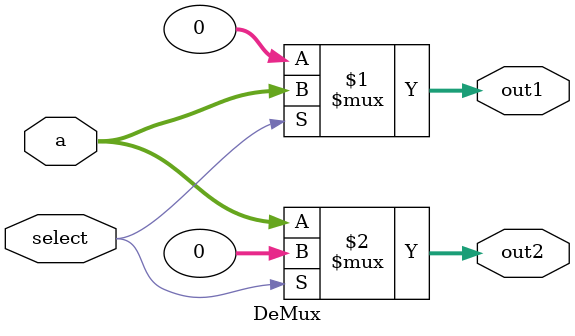
<source format=sv>
module DeMux (
    input logic [31:0] a,
    input logic select,
    output logic [31:0] out1,
    output logic [31:0] out2
);

  assign out1 = (select) ? a : 32'b0;
  assign out2 = (select) ? 32'b0 : a;

endmodule

</source>
